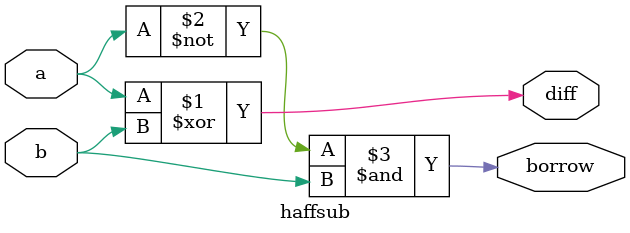
<source format=v>
module haffsub (
    input  wire a, b,         // Inputs
    output wire diff, borrow  // Outputs
);

    // Logic equations
    assign diff   = a ^ b;     // XOR for difference
    assign borrow = ~a & b;    // Borrow when a < b

endmodule

</source>
